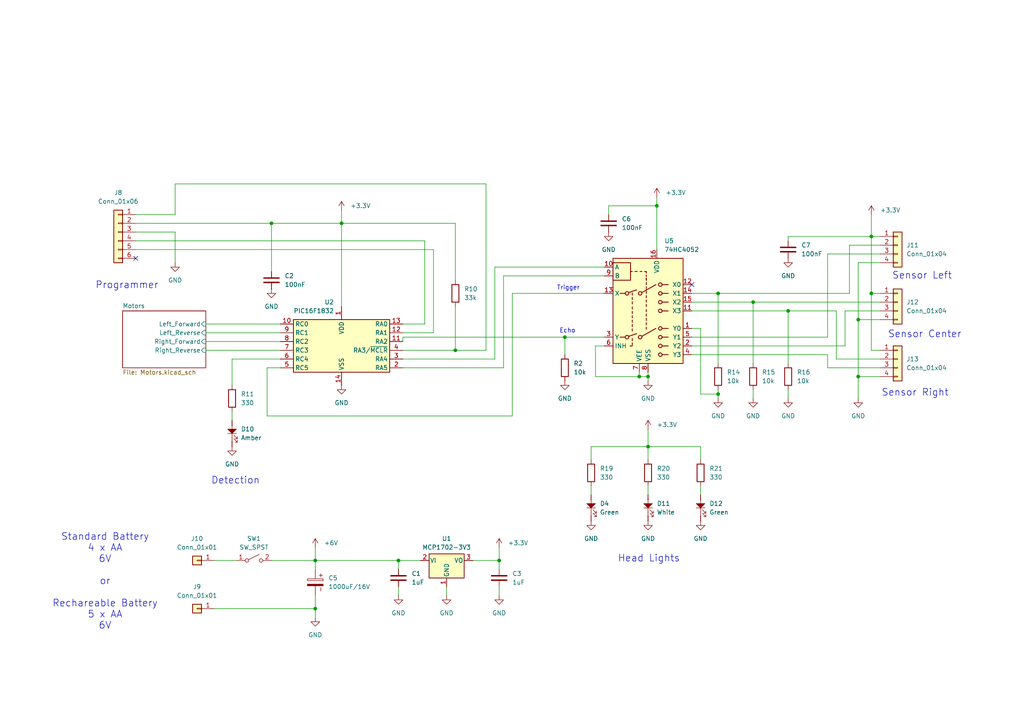
<source format=kicad_sch>
(kicad_sch (version 20231120) (generator "eeschema") (generator_version "8.0")
  (paper "A4")
  (title_block (date "2025-04-05"))
  (lib_symbols
    (symbol "Analog_Switch:CD4052B"
      (property "Reference" "U" (at -10.16 16.51 0))
      (property "Value" "CD4052B" (at 3.81 16.51 0))
      (symbol "CD4052B_0_1"
        (rectangle (start -10.16 8.89) (end -5.08 13.97) (stroke (width 0.254)))
        (rectangle (start -10.16 15.24) (end 10.16 -15.24) (stroke (width 0.254)) (fill (type background)))
        (circle (center -6.096 -7.62) (radius 0.508) (stroke (width 0.254)))
        (circle (center -6.096 5.08) (radius 0.508) (stroke (width 0.254)))
        (circle (center -2.286 -7.62) (radius 0.508) (stroke (width 0.254)))
        (circle (center -2.286 5.08) (radius 0.508) (stroke (width 0.254)))
        (polyline (pts (xy -8.128 -7.62) (xy -6.604 -7.62)) (stroke (width 0.254)))
        (polyline (pts (xy -8.128 5.08) (xy -6.604 5.08)) (stroke (width 0.254)))
        (polyline (pts (xy -5.588 -7.366) (xy -3.302 -6.604)) (stroke (width 0.254)))
        (polyline (pts (xy -5.588 5.334) (xy -3.302 6.096)) (stroke (width 0.254)))
        (polyline (pts (xy -4.572 -10.16) (xy -5.207 -10.16)) (stroke (width 0.254)))
        (polyline (pts (xy -4.572 -9.906) (xy -4.572 -9.271)) (stroke (width 0.254)))
        (polyline (pts (xy -4.572 -8.636) (xy -4.572 -8.001)) (stroke (width 0.254)))
        (polyline (pts (xy -4.572 -5.842) (xy -4.572 -5.207)) (stroke (width 0.254)))
        (polyline (pts (xy -4.572 -4.572) (xy -4.572 -3.937)) (stroke (width 0.254)))
        (polyline (pts (xy -4.572 -3.302) (xy -4.572 -2.667)) (stroke (width 0.254)))
        (polyline (pts (xy -4.572 -2.032) (xy -4.572 -1.397)) (stroke (width 0.254)))
        (polyline (pts (xy -4.572 -0.762) (xy -4.572 -0.127)) (stroke (width 0.254)))
        (polyline (pts (xy -4.572 0.508) (xy -4.572 1.143)) (stroke (width 0.254)))
        (polyline (pts (xy -4.572 2.032) (xy -4.572 2.667)) (stroke (width 0.254)))
        (polyline (pts (xy -4.572 3.302) (xy -4.572 3.937)) (stroke (width 0.254)))
        (polyline (pts (xy -4.572 4.572) (xy -4.572 5.207)) (stroke (width 0.254)))
        (polyline (pts (xy -4.572 11.43) (xy -5.08 11.43)) (stroke (width 0.254)))
        (polyline (pts (xy -3.81 11.43) (xy -3.175 11.43)) (stroke (width 0.254)))
        (polyline (pts (xy -1.778 -7.366) (xy 2.286 -5.08)) (stroke (width 0.254)))
        (polyline (pts (xy -1.778 5.334) (xy 2.286 7.62)) (stroke (width 0.254)))
        (polyline (pts (xy -1.778 11.43) (xy -2.286 11.43)) (stroke (width 0.254)))
        (polyline (pts (xy -0.508 -5.334) (xy -0.508 -4.699)) (stroke (width 0.254)))
        (polyline (pts (xy -0.508 -4.064) (xy -0.508 -3.429)) (stroke (width 0.254)))
        (polyline (pts (xy -0.508 -2.794) (xy -0.508 -2.159)) (stroke (width 0.254)))
        (polyline (pts (xy -0.508 -1.524) (xy -0.508 -0.889)) (stroke (width 0.254)))
        (polyline (pts (xy -0.508 -0.254) (xy -0.508 0.381)) (stroke (width 0.254)))
        (polyline (pts (xy -0.508 1.27) (xy -0.508 1.905)) (stroke (width 0.254)))
        (polyline (pts (xy -0.508 2.54) (xy -0.508 3.175)) (stroke (width 0.254)))
        (polyline (pts (xy -0.508 3.81) (xy -0.508 4.445)) (stroke (width 0.254)))
        (polyline (pts (xy -0.508 5.08) (xy -0.508 5.715)) (stroke (width 0.254)))
        (polyline (pts (xy -0.508 6.35) (xy -0.508 6.985)) (stroke (width 0.254)))
        (polyline (pts (xy -0.508 7.62) (xy -0.508 8.255)) (stroke (width 0.254)))
        (polyline (pts (xy -0.508 8.89) (xy -0.508 9.398)) (stroke (width 0.254)))
        (polyline (pts (xy -0.508 8.89) (xy -0.508 9.525)) (stroke (width 0.254)))
        (polyline (pts (xy -0.508 9.906) (xy -0.508 10.414)) (stroke (width 0.254)))
        (polyline (pts (xy -0.508 10.922) (xy -0.508 11.43)) (stroke (width 0.254)))
        (polyline (pts (xy -0.508 11.43) (xy -1.016 11.43)) (stroke (width 0.254)))
        (polyline (pts (xy 4.064 -12.7) (xy 5.842 -12.7)) (stroke (width 0.254)))
        (polyline (pts (xy 4.064 -10.16) (xy 5.842 -10.16)) (stroke (width 0.254)))
        (polyline (pts (xy 4.064 -7.62) (xy 5.842 -7.62)) (stroke (width 0.254)))
        (polyline (pts (xy 4.064 -5.08) (xy 5.842 -5.08)) (stroke (width 0.254)))
        (polyline (pts (xy 4.064 0) (xy 5.842 0)) (stroke (width 0.254)))
        (polyline (pts (xy 4.064 2.54) (xy 5.842 2.54)) (stroke (width 0.254)))
        (polyline (pts (xy 4.064 5.08) (xy 5.842 5.08)) (stroke (width 0.254)))
        (polyline (pts (xy 4.064 7.62) (xy 5.842 7.62)) (stroke (width 0.254)))
        (circle (center 3.556 -12.7) (radius 0.508) (stroke (width 0.254)))
        (circle (center 3.556 -10.16) (radius 0.508) (stroke (width 0.254)))
        (circle (center 3.556 -7.62) (radius 0.508) (stroke (width 0.254)))
        (circle (center 3.556 -5.08) (radius 0.508) (stroke (width 0.254)))
        (circle (center 3.556 0) (radius 0.508) (stroke (width 0.254)))
        (circle (center 3.556 2.54) (radius 0.508) (stroke (width 0.254)))
        (circle (center 3.556 5.08) (radius 0.508) (stroke (width 0.254)))
        (circle (center 3.556 7.62) (radius 0.508) (stroke (width 0.254)))
      )
      (symbol "CD4052B_1_1"
        (pin bidirectional line (at 12.7 -5.08 180) (length 2.54) (name "Y0") (number "1"))
        (pin input line (at -12.7 12.7 0) (length 2.54) (name "A") (number "10"))
        (pin bidirectional line (at 12.7 0 180) (length 2.54) (name "X3") (number "11"))
        (pin bidirectional line (at 12.7 7.62 180) (length 2.54) (name "X0") (number "12"))
        (pin bidirectional line (at -12.7 5.08 0) (length 2.54) (name "X") (number "13"))
        (pin bidirectional line (at 12.7 5.08 180) (length 2.54) (name "X1") (number "14"))
        (pin bidirectional line (at 12.7 2.54 180) (length 2.54) (name "X2") (number "15"))
        (pin power_in line (at 2.54 17.78 270) (length 2.54) (name "VDD") (number "16"))
        (pin bidirectional line (at 12.7 -10.16 180) (length 2.54) (name "Y2") (number "2"))
        (pin bidirectional line (at -12.7 -7.62 0) (length 2.54) (name "Y") (number "3"))
        (pin bidirectional line (at 12.7 -12.7 180) (length 2.54) (name "Y3") (number "4"))
        (pin bidirectional line (at 12.7 -7.62 180) (length 2.54) (name "Y1") (number "5"))
        (pin input line (at -12.7 -10.16 0) (length 2.54) (name "INH") (number "6"))
        (pin power_in line (at -2.54 -17.78 90) (length 2.54) (name "VEE") (number "7"))
        (pin power_in line (at 0 -17.78 90) (length 2.54) (name "VSS") (number "8"))
        (pin input line (at -12.7 10.16 0) (length 2.54) (name "B") (number "9"))
      )
    )
    (symbol "Connector_Generic:Conn_01x01" (pin_names (offset 1.016) hide)
      (property "Reference" "J" (at 0 2.54 0))
      (property "Value" "Conn_01x01" (at 0 -2.54 0))
      (symbol "Conn_01x01_1_1"
        (rectangle (start -1.27 0.127) (end 0 -0.127) (stroke (width 0.1524)))
        (rectangle (start -1.27 1.27) (end 1.27 -1.27) (stroke (width 0.254)) (fill (type background)))
        (pin passive line (at -5.08 0 0) (length 3.81) (name "Pin_1") (number "1"))
      )
    )
    (symbol "Connector_Generic:Conn_01x04" (pin_names (offset 1.016) hide)
      (property "Reference" "J" (at 0 5.08 0))
      (property "Value" "Conn_01x04" (at 0 -7.62 0))
      (symbol "Conn_01x04_1_1"
        (rectangle (start -1.27 -4.953) (end 0 -5.207) (stroke (width 0.1524)))
        (rectangle (start -1.27 -2.413) (end 0 -2.667) (stroke (width 0.1524)))
        (rectangle (start -1.27 0.127) (end 0 -0.127) (stroke (width 0.1524)))
        (rectangle (start -1.27 2.667) (end 0 2.413) (stroke (width 0.1524)))
        (rectangle (start -1.27 3.81) (end 1.27 -6.35) (stroke (width 0.254)) (fill (type background)))
        (pin passive line (at -5.08 2.54 0) (length 3.81) (name "Pin_1") (number "1"))
        (pin passive line (at -5.08 0 0) (length 3.81) (name "Pin_2") (number "2"))
        (pin passive line (at -5.08 -2.54 0) (length 3.81) (name "Pin_3") (number "3"))
        (pin passive line (at -5.08 -5.08 0) (length 3.81) (name "Pin_4") (number "4"))
      )
    )
    (symbol "Connector_Generic:Conn_01x06" (pin_names (offset 1.016) hide)
      (property "Reference" "J" (at 0 7.62 0))
      (property "Value" "Conn_01x06" (at 0 -10.16 0))
      (symbol "Conn_01x06_1_1"
        (rectangle (start -1.27 -7.493) (end 0 -7.747) (stroke (width 0.1524)))
        (rectangle (start -1.27 -4.953) (end 0 -5.207) (stroke (width 0.1524)))
        (rectangle (start -1.27 -2.413) (end 0 -2.667) (stroke (width 0.1524)))
        (rectangle (start -1.27 0.127) (end 0 -0.127) (stroke (width 0.1524)))
        (rectangle (start -1.27 2.667) (end 0 2.413) (stroke (width 0.1524)))
        (rectangle (start -1.27 5.207) (end 0 4.953) (stroke (width 0.1524)))
        (rectangle (start -1.27 6.35) (end 1.27 -8.89) (stroke (width 0.254)) (fill (type background)))
        (pin passive line (at -5.08 5.08 0) (length 3.81) (name "Pin_1") (number "1"))
        (pin passive line (at -5.08 2.54 0) (length 3.81) (name "Pin_2") (number "2"))
        (pin passive line (at -5.08 0 0) (length 3.81) (name "Pin_3") (number "3"))
        (pin passive line (at -5.08 -2.54 0) (length 3.81) (name "Pin_4") (number "4"))
        (pin passive line (at -5.08 -5.08 0) (length 3.81) (name "Pin_5") (number "5"))
        (pin passive line (at -5.08 -7.62 0) (length 3.81) (name "Pin_6") (number "6"))
      )
    )
    (symbol "Device:R" (pin_numbers hide) (pin_names (offset 0))
      (property "Reference" "R" (at 2.032 0 90))
      (property "Value" "R" (at 0 0 90))
      (symbol "R_0_1"
        (rectangle (start -1.016 -2.54) (end 1.016 2.54) (stroke (width 0.254)))
      )
      (symbol "R_1_1"
        (pin passive line (at 0 3.81 270) (length 1.27) (name "~") (number "1"))
        (pin passive line (at 0 -3.81 90) (length 1.27) (name "~") (number "2"))
      )
    )
    (symbol "MCU_Microchip_PIC16:PIC16F18324-xSL"
      (property "Reference" "U" (at -13.97 10.16 0))
      (property "Value" "PIC16F18324-xSL" (at 1.27 10.16 0))
      (symbol "PIC16F18324-xSL_1_1"
        (rectangle (start -13.97 8.89) (end 13.97 -6.35) (stroke (width 0.254)) (fill (type background)))
        (pin power_in line (at 0 12.7 270) (length 3.81) (name "VDD") (number "1"))
        (pin bidirectional line (at 17.78 7.62 180) (length 3.81) (name "RC0") (number "10"))
        (pin bidirectional line (at -17.78 2.54 0) (length 3.81) (name "RA2") (number "11"))
        (pin bidirectional line (at -17.78 5.08 0) (length 3.81) (name "RA1") (number "12"))
        (pin bidirectional line (at -17.78 7.62 0) (length 3.81) (name "RA0") (number "13"))
        (pin power_in line (at 0 -10.16 90) (length 3.81) (name "VSS") (number "14"))
        (pin bidirectional line (at -17.78 -5.08 0) (length 3.81) (name "RA5") (number "2"))
        (pin bidirectional line (at -17.78 -2.54 0) (length 3.81) (name "RA4") (number "3"))
        (pin bidirectional line (at -17.78 0 0) (length 3.81) (name "RA3/~{MCLR}") (number "4"))
        (pin bidirectional line (at 17.78 -5.08 180) (length 3.81) (name "RC5") (number "5"))
        (pin bidirectional line (at 17.78 -2.54 180) (length 3.81) (name "RC4") (number "6"))
        (pin bidirectional line (at 17.78 0 180) (length 3.81) (name "RC3") (number "7"))
        (pin bidirectional line (at 17.78 2.54 180) (length 3.81) (name "RC2") (number "8"))
        (pin bidirectional line (at 17.78 5.08 180) (length 3.81) (name "RC1") (number "9"))
      )
    )
    (symbol "PCM_SL_Devices:Capacitor_NP"
      (property "Reference" "C" (at 0 6.35 0))
      (property "Value" "Capacitor_NP" (at 0 3.81 0))
      (symbol "Capacitor_NP_0_1"
        (rectangle (start -0.762 2.286) (end -0.508 -2.286) (fill (type outline)))
        (rectangle (start 0.508 2.286) (end 0.762 -2.286) (fill (type outline)))
      )
      (symbol "Capacitor_NP_1_1"
        (pin passive line (at -2.54 0 0) (length 2) (name "~") (number "1"))
        (pin input line (at 2.54 0 180) (length 2) (name "~") (number "2"))
      )
    )
    (symbol "PCM_SL_Devices:Capacitor_PO"
      (property "Reference" "C" (at 0 7.62 0))
      (property "Value" "Capacitor_PO" (at 0 5.08 0))
      (symbol "Capacitor_PO_0_0"
        (text "+" (at -2.032 1.524 0) (effects (font (size 1.27 1.27))))
        (text "-" (at 2.032 1.524 0) (effects (font (size 1.27 1.27))))
      )
      (symbol "Capacitor_PO_0_1"
        (rectangle (start -1.016 -2.286) (end -0.508 2.286))
        (rectangle (start 0.508 -2.286) (end 1.016 2.286) (fill (type outline)))
      )
      (symbol "Capacitor_PO_1_1"
        (pin passive line (at -3.81 0 0) (length 2.7) (name "~") (number "1"))
        (pin input line (at 3.81 0 180) (length 2.7) (name "~") (number "2"))
      )
    )
    (symbol "PCM_SL_Devices:LED"
      (property "Reference" "D" (at -0.508 5.334 0))
      (property "Value" "LED" (at -0.508 2.794 0))
      (symbol "LED_0_1"
        (polyline (pts (xy -1.27 0) (xy -2.54 0)))
        (polyline (pts (xy 0 1.27) (xy 0 -1.27)))
        (polyline (pts (xy 0.508 0.508) (xy 1.524 1.524)))
        (polyline (pts (xy 1.27 0) (xy 2.54 0)))
        (polyline (pts (xy 1.524 0.508) (xy 2.54 1.524)))
        (polyline (pts (xy 1.524 1.524) (xy 0.889 1.524)))
        (polyline (pts (xy 1.524 1.524) (xy 1.524 0.889)))
        (polyline (pts (xy 2.54 1.524) (xy 1.905 1.524)))
        (polyline (pts (xy 2.54 1.524) (xy 2.54 0.889)))
        (polyline (pts (xy 0 0) (xy -1.27 -1.27) (xy -1.27 1.27) (xy 0 0) (xy 1.27 0)) (fill (type outline)))
      )
      (symbol "LED_1_1"
        (pin passive line (at 3.81 0 180) (length 1.5) (name "~") (number "1"))
        (pin passive line (at -3.81 0 0) (length 1.5) (name "") (number "2"))
      )
    )
    (symbol "Regulator_Linear:MCP1700x-120xxMB" (pin_names (offset 0.254))
      (property "Reference" "U" (at -3.81 3.175 0))
      (property "Value" "MCP1700x-120xxMB" (at 0 3.175 0))
      (symbol "MCP1700x-120xxMB_0_1"
        (rectangle (start -5.08 -5.08) (end 5.08 1.905) (stroke (width 0.254)) (fill (type background)))
      )
      (symbol "MCP1700x-120xxMB_1_1"
        (pin power_in line (at 0 -7.62 90) (length 2.54) (name "GND") (number "1"))
        (pin power_in line (at -7.62 0 0) (length 2.54) (name "VI") (number "2"))
        (pin power_out line (at 7.62 0 180) (length 2.54) (name "VO") (number "3"))
      )
    )
    (symbol "Switch:SW_SPST" (pin_names (offset 0) hide)
      (property "Reference" "SW" (at 0 3.175 0))
      (property "Value" "SW_SPST" (at 0 -2.54 0))
      (symbol "SW_SPST_0_0"
        (circle (center -2.032 0) (radius 0.508))
        (polyline (pts (xy -1.524 0.254) (xy 1.524 1.778)))
        (circle (center 2.032 0) (radius 0.508))
      )
      (symbol "SW_SPST_1_1"
        (pin passive line (at -5.08 0 0) (length 2.54) (name "A") (number "1"))
        (pin passive line (at 5.08 0 180) (length 2.54) (name "B") (number "2"))
      )
    )
    (symbol "power:+5V" (power) (pin_numbers hide) (pin_names (offset 0) hide)
      (property "Value" "+5V" (at 0 3.556 0))
      (symbol "+5V_0_1"
        (polyline (pts (xy -0.762 1.27) (xy 0 2.54)))
        (polyline (pts (xy 0 0) (xy 0 2.54)))
        (polyline (pts (xy 0 2.54) (xy 0.762 1.27)))
      )
      (symbol "+5V_1_1"
        (pin power_in line (at 0 0 90) (length 0) (name "~") (number "1"))
      )
    )
    (symbol "power:GND" (power) (pin_numbers hide) (pin_names (offset 0) hide)
      (property "Value" "GND" (at 0 -3.81 0))
      (symbol "GND_0_1"
        (polyline (pts (xy 0 0) (xy 0 -1.27) (xy 1.27 -1.27) (xy 0 -2.54) (xy -1.27 -1.27) (xy 0 -1.27)))
      )
      (symbol "GND_1_1"
        (pin power_in line (at 0 0 270) (length 0) (name "~") (number "1"))
      )
    )
  )
  (junction (at 252.73 68.58))
  (junction (at 185.42 109.22))
  (junction (at 187.96 109.22))
  (junction (at 248.92 92.71))
  (junction (at 208.28 85.09))
  (junction (at 218.44 87.63))
  (junction (at 163.83 97.79))
  (junction (at 252.73 85.09))
  (junction (at 208.28 114.3))
  (junction (at 132.08 101.6))
  (junction (at 78.74 64.77))
  (junction (at 187.96 129.54))
  (junction (at 248.92 109.22))
  (junction (at 91.44 162.56))
  (junction (at 99.06 64.77))
  (junction (at 190.5 59.69))
  (junction (at 91.44 176.53))
  (junction (at 144.78 162.56))
  (junction (at 228.6 90.17))
  (junction (at 115.57 162.56))
  (no_connect (at 200.66 82.55))
  (no_connect (at 39.37 74.93))
  (wire (pts (xy 203.2 114.3) (xy 208.28 114.3)))
  (wire (pts (xy 146.05 80.01) (xy 175.26 80.01)))
  (wire (pts (xy 200.66 95.25) (xy 203.2 95.25)))
  (wire (pts (xy 248.92 115.57) (xy 248.92 109.22)))
  (wire (pts (xy 78.74 64.77) (xy 99.06 64.77)))
  (wire (pts (xy 240.03 102.87) (xy 240.03 106.68)))
  (wire (pts (xy 228.6 90.17) (xy 242.57 90.17)))
  (wire (pts (xy 123.19 69.85) (xy 123.19 93.98)))
  (wire (pts (xy 163.83 97.79) (xy 175.26 97.79)))
  (wire (pts (xy 116.84 104.14) (xy 143.51 104.14)))
  (wire (pts (xy 99.06 64.77) (xy 99.06 88.9)))
  (wire (pts (xy 200.66 90.17) (xy 228.6 90.17)))
  (wire (pts (xy 208.28 115.57) (xy 208.28 114.3)))
  (wire (pts (xy 176.53 59.69) (xy 190.5 59.69)))
  (wire (pts (xy 248.92 92.71) (xy 248.92 76.2)))
  (wire (pts (xy 77.47 120.65) (xy 148.59 120.65)))
  (wire (pts (xy 187.96 140.97) (xy 187.96 143.51)))
  (wire (pts (xy 218.44 87.63) (xy 255.27 87.63)))
  (wire (pts (xy 248.92 109.22) (xy 255.27 109.22)))
  (wire (pts (xy 59.69 93.98) (xy 81.28 93.98)))
  (wire (pts (xy 140.97 53.34) (xy 140.97 101.6)))
  (wire (pts (xy 200.66 100.33) (xy 245.11 100.33)))
  (wire (pts (xy 148.59 85.09) (xy 148.59 120.65)))
  (wire (pts (xy 116.84 106.68) (xy 146.05 106.68)))
  (wire (pts (xy 132.08 64.77) (xy 99.06 64.77)))
  (wire (pts (xy 91.44 176.53) (xy 91.44 172.72)))
  (wire (pts (xy 137.16 162.56) (xy 144.78 162.56)))
  (wire (pts (xy 78.74 162.56) (xy 91.44 162.56)))
  (wire (pts (xy 50.8 53.34) (xy 140.97 53.34)))
  (wire (pts (xy 203.2 95.25) (xy 203.2 114.3)))
  (wire (pts (xy 67.31 111.76) (xy 67.31 104.14)))
  (wire (pts (xy 50.8 62.23) (xy 50.8 53.34)))
  (wire (pts (xy 59.69 101.6) (xy 81.28 101.6)))
  (wire (pts (xy 187.96 110.49) (xy 187.96 109.22)))
  (wire (pts (xy 185.42 107.95) (xy 185.42 109.22)))
  (wire (pts (xy 248.92 109.22) (xy 248.92 92.71)))
  (wire (pts (xy 116.84 101.6) (xy 132.08 101.6)))
  (wire (pts (xy 203.2 129.54) (xy 203.2 133.35)))
  (wire (pts (xy 176.53 62.23) (xy 176.53 59.69)))
  (wire (pts (xy 242.57 104.14) (xy 255.27 104.14)))
  (wire (pts (xy 252.73 85.09) (xy 252.73 68.58)))
  (wire (pts (xy 190.5 59.69) (xy 190.5 72.39)))
  (wire (pts (xy 123.19 93.98) (xy 116.84 93.98)))
  (wire (pts (xy 91.44 162.56) (xy 91.44 158.75)))
  (wire (pts (xy 125.73 96.52) (xy 116.84 96.52)))
  (wire (pts (xy 99.06 60.96) (xy 99.06 64.77)))
  (wire (pts (xy 129.54 170.18) (xy 129.54 172.72)))
  (wire (pts (xy 255.27 73.66) (xy 240.03 73.66)))
  (wire (pts (xy 59.69 99.06) (xy 81.28 99.06)))
  (wire (pts (xy 200.66 97.79) (xy 240.03 97.79)))
  (wire (pts (xy 255.27 85.09) (xy 252.73 85.09)))
  (wire (pts (xy 144.78 158.75) (xy 144.78 162.56)))
  (wire (pts (xy 39.37 69.85) (xy 123.19 69.85)))
  (wire (pts (xy 171.45 133.35) (xy 171.45 129.54)))
  (wire (pts (xy 185.42 109.22) (xy 187.96 109.22)))
  (wire (pts (xy 218.44 87.63) (xy 218.44 105.41)))
  (wire (pts (xy 248.92 76.2) (xy 255.27 76.2)))
  (wire (pts (xy 248.92 92.71) (xy 255.27 92.71)))
  (wire (pts (xy 91.44 176.53) (xy 91.44 179.07)))
  (wire (pts (xy 187.96 129.54) (xy 203.2 129.54)))
  (wire (pts (xy 39.37 62.23) (xy 50.8 62.23)))
  (wire (pts (xy 172.72 100.33) (xy 172.72 109.22)))
  (wire (pts (xy 187.96 124.46) (xy 187.96 129.54)))
  (wire (pts (xy 246.38 71.12) (xy 255.27 71.12)))
  (wire (pts (xy 203.2 140.97) (xy 203.2 143.51)))
  (wire (pts (xy 144.78 162.56) (xy 144.78 165.1)))
  (wire (pts (xy 59.69 96.52) (xy 81.28 96.52)))
  (wire (pts (xy 132.08 81.28) (xy 132.08 64.77)))
  (wire (pts (xy 143.51 77.47) (xy 175.26 77.47)))
  (wire (pts (xy 62.23 162.56) (xy 68.58 162.56)))
  (wire (pts (xy 163.83 97.79) (xy 163.83 102.87)))
  (wire (pts (xy 218.44 115.57) (xy 218.44 113.03)))
  (wire (pts (xy 39.37 64.77) (xy 78.74 64.77)))
  (wire (pts (xy 39.37 67.31) (xy 50.8 67.31)))
  (wire (pts (xy 115.57 162.56) (xy 121.92 162.56)))
  (wire (pts (xy 67.31 119.38) (xy 67.31 121.92)))
  (wire (pts (xy 200.66 102.87) (xy 240.03 102.87)))
  (wire (pts (xy 255.27 106.68) (xy 240.03 106.68)))
  (wire (pts (xy 200.66 87.63) (xy 218.44 87.63)))
  (wire (pts (xy 115.57 162.56) (xy 115.57 165.1)))
  (wire (pts (xy 91.44 162.56) (xy 115.57 162.56)))
  (wire (pts (xy 143.51 104.14) (xy 143.51 77.47)))
  (wire (pts (xy 208.28 114.3) (xy 208.28 113.03)))
  (wire (pts (xy 245.11 90.17) (xy 255.27 90.17)))
  (wire (pts (xy 172.72 109.22) (xy 185.42 109.22)))
  (wire (pts (xy 245.11 100.33) (xy 245.11 90.17)))
  (wire (pts (xy 190.5 59.69) (xy 190.5 57.15)))
  (wire (pts (xy 200.66 85.09) (xy 208.28 85.09)))
  (wire (pts (xy 116.84 97.79) (xy 163.83 97.79)))
  (wire (pts (xy 171.45 129.54) (xy 187.96 129.54)))
  (wire (pts (xy 240.03 97.79) (xy 240.03 73.66)))
  (wire (pts (xy 228.6 68.58) (xy 228.6 69.85)))
  (wire (pts (xy 187.96 129.54) (xy 187.96 133.35)))
  (wire (pts (xy 171.45 140.97) (xy 171.45 143.51)))
  (wire (pts (xy 78.74 64.77) (xy 78.74 78.74)))
  (wire (pts (xy 242.57 104.14) (xy 242.57 90.17)))
  (wire (pts (xy 146.05 106.68) (xy 146.05 80.01)))
  (wire (pts (xy 125.73 72.39) (xy 125.73 96.52)))
  (wire (pts (xy 115.57 170.18) (xy 115.57 172.72)))
  (wire (pts (xy 175.26 100.33) (xy 172.72 100.33)))
  (wire (pts (xy 228.6 115.57) (xy 228.6 113.03)))
  (wire (pts (xy 255.27 68.58) (xy 252.73 68.58)))
  (wire (pts (xy 255.27 101.6) (xy 252.73 101.6)))
  (wire (pts (xy 252.73 101.6) (xy 252.73 85.09)))
  (wire (pts (xy 246.38 71.12) (xy 246.38 85.09)))
  (wire (pts (xy 208.28 85.09) (xy 246.38 85.09)))
  (wire (pts (xy 77.47 106.68) (xy 77.47 120.65)))
  (wire (pts (xy 228.6 90.17) (xy 228.6 105.41)))
  (wire (pts (xy 252.73 68.58) (xy 228.6 68.58)))
  (wire (pts (xy 116.84 97.79) (xy 116.84 99.06)))
  (wire (pts (xy 148.59 85.09) (xy 175.26 85.09)))
  (wire (pts (xy 50.8 67.31) (xy 50.8 76.2)))
  (wire (pts (xy 81.28 106.68) (xy 77.47 106.68)))
  (wire (pts (xy 67.31 104.14) (xy 81.28 104.14)))
  (wire (pts (xy 140.97 101.6) (xy 132.08 101.6)))
  (wire (pts (xy 132.08 101.6) (xy 132.08 88.9)))
  (wire (pts (xy 252.73 68.58) (xy 252.73 62.23)))
  (wire (pts (xy 144.78 170.18) (xy 144.78 172.72)))
  (wire (pts (xy 208.28 85.09) (xy 208.28 105.41)))
  (wire (pts (xy 91.44 162.56) (xy 91.44 165.1)))
  (wire (pts (xy 39.37 72.39) (xy 125.73 72.39)))
  (wire (pts (xy 187.96 109.22) (xy 187.96 107.95)))
  (wire (pts (xy 62.23 176.53) (xy 91.44 176.53)))
  (text "Sensor Right\n\n" (at 265.43 115.57 0) (effects (font (size 2 2))))
  (text "Standard Battery\n4 x AA\n6V\n\nor\n\nRechareable Battery\n5 x AA\n6V" (at 30.48 168.656 0) (effects (font (size 2 2))))
  (text "Programmer" (at 36.83 82.804 0) (effects (font (size 2 2))))
  (text "Trigger" (at 164.846 83.566 0) (effects (font (size 1.27 1.27))))
  (text "Detection\n" (at 68.326 139.446 0) (effects (font (size 2 2))))
  (text "Sensor Center\n" (at 268.224 97.028 0) (effects (font (size 2 2))))
  (text "Head Lights" (at 188.214 162.052 0) (effects (font (size 2 2))))
  (text "Sensor Left\n" (at 267.462 80.01 0) (effects (font (size 2 2))))
  (text "Echo" (at 164.592 96.012 0) (effects (font (size 1.27 1.27))))
  (symbol (lib_id "Device:R") (at 203.2 137.16 0) (unit 1)
    (property "Reference" "R21" (at 205.74 135.8899 0) (effects (justify left)))
    (property "Value" "330" (at 205.74 138.4299 0) (effects (justify left)))
    (property "Description" "Resistor" (effects (hide yes)))
  )
  (symbol (lib_id "PCM_SL_Devices:Capacitor_NP") (at 228.6 72.39 90) (unit 1)
    (property "Reference" "C7" (at 232.41 71.1199 90) (effects (justify right)))
    (property "Value" "100nF" (at 232.41 73.6599 90) (effects (justify right)))
    (property "Footprint" "Capacitor_THT:C_Disc_D3.0mm_W2.0mm_P2.50mm" (effects (hide yes)))
    (property "Description" "Unpolarized Capacitor" (effects (hide yes)))
  )
  (symbol (lib_id "power:+5V") (at 190.5 57.15 0) (unit 1)
    (property "Reference" "#PWR030" (effects (hide yes)))
    (property "Value" "+3.3V" (at 193.04 55.8799 0) (effects (justify left)))
    (property "Description" "Power symbol creates a global label with name \"+5V\"" (effects (hide yes)))
  )
  (symbol (lib_id "power:GND") (at 187.96 110.49 0) (mirror y) (unit 1)
    (property "Reference" "#PWR029" (effects (hide yes)))
    (property "Value" "GND" (at 187.96 115.57 0))
    (property "Description" "Power symbol creates a global label with name \"GND\" , ground" (effects (hide yes)))
  )
  (symbol (lib_id "power:+5V") (at 144.78 158.75 0) (unit 1)
    (property "Reference" "#PWR012" (effects (hide yes)))
    (property "Value" "+3.3V" (at 147.32 157.4799 0) (effects (justify left)))
    (property "Description" "Power symbol creates a global label with name \"+5V\"" (effects (hide yes)))
  )
  (symbol (lib_id "power:GND") (at 228.6 74.93 0) (unit 1)
    (property "Reference" "#PWR015" (effects (hide yes)))
    (property "Value" "GND" (at 228.6 80.01 0))
    (property "Description" "Power symbol creates a global label with name \"GND\" , ground" (effects (hide yes)))
  )
  (symbol (lib_id "Regulator_Linear:MCP1700x-120xxMB") (at 129.54 162.56 0) (unit 1)
    (property "Reference" "U1" (at 129.54 156.21 0))
    (property "Value" "MCP1702-3V3" (at 129.54 158.75 0))
    (property "Footprint" "Package_TO_SOT_SMD:SOT-89-3" (effects (hide yes)))
    (property "Datasheet" "http://ww1.microchip.com/downloads/en/DeviceDoc/20001826D.pdf" (effects (hide yes)))
    (property "Description" "250mA Low Quiscent Current LDO, 1.2V output, SOT-89" (effects (hide yes)))
  )
  (symbol (lib_id "power:GND") (at 99.06 111.76 0) (unit 1)
    (property "Reference" "#PWR019" (effects (hide yes)))
    (property "Value" "GND" (at 99.06 116.84 0))
    (property "Description" "Power symbol creates a global label with name \"GND\" , ground" (effects (hide yes)))
  )
  (symbol (lib_id "PCM_SL_Devices:LED") (at 187.96 147.32 270) (unit 1)
    (property "Reference" "D11" (at 190.5 146.0499 90) (effects (justify left)))
    (property "Value" "White" (at 190.5 148.5899 90) (effects (justify left)))
    (property "Footprint" "LED_THT:LED_D5.0mm" (effects (hide yes)))
    (property "Description" "Common 5mm diameter LED" (effects (hide yes)))
  )
  (symbol (lib_id "Switch:SW_SPST") (at 73.66 162.56 0) (unit 1)
    (property "Reference" "SW1" (at 73.66 156.21 0))
    (property "Value" "SW_SPST" (at 73.66 158.75 0))
    (property "Description" "Single Pole Single Throw (SPST) switch" (effects (hide yes)))
  )
  (symbol (lib_id "power:GND") (at 187.96 151.13 0) (unit 1)
    (property "Reference" "#PWR016" (effects (hide yes)))
    (property "Value" "GND" (at 187.96 156.21 0))
    (property "Description" "Power symbol creates a global label with name \"GND\" , ground" (effects (hide yes)))
  )
  (symbol (lib_id "PCM_SL_Devices:Capacitor_NP") (at 144.78 167.64 90) (unit 1)
    (property "Reference" "C3" (at 148.59 166.3699 90) (effects (justify right)))
    (property "Value" "1uF" (at 148.59 168.9099 90) (effects (justify right)))
    (property "Footprint" "Capacitor_THT:C_Disc_D3.0mm_W2.0mm_P2.50mm" (effects (hide yes)))
    (property "Description" "Unpolarized Capacitor" (effects (hide yes)))
  )
  (symbol (lib_id "MCU_Microchip_PIC16:PIC16F18324-xSL") (at 99.06 101.6 0) (mirror y) (unit 1)
    (property "Reference" "U2" (at 96.8659 87.63 0) (effects (justify left)))
    (property "Value" "PIC16F1832" (at 96.8659 90.17 0) (effects (justify left)))
    (property "Footprint" "Package_SO:SOIC-14_3.9x8.7mm_P1.27mm" (effects (hide yes)))
    (property "Datasheet" "http://ww1.microchip.com/downloads/en/devicedoc/40001800c.pdf" (effects (hide yes)))
    (property "Description" "PIC16F18324, 4096W FLASH, 512B SRAM, 256B EEPROM, SOIC14" (effects (hide yes)))
  )
  (symbol (lib_id "Connector_Generic:Conn_01x01") (at 57.15 176.53 180) (unit 1)
    (property "Reference" "J9" (at 57.15 170.18 0))
    (property "Value" "Conn_01x01" (at 57.15 172.72 0))
    (property "Description" "Generic connector, single row, 01x01, script generated (kicad-library-utils/schlib/autogen/connector/)" (effects (hide yes)))
  )
  (symbol (lib_id "PCM_SL_Devices:LED") (at 171.45 147.32 270) (unit 1)
    (property "Reference" "D4" (at 173.99 146.0499 90) (effects (justify left)))
    (property "Value" "Green" (at 173.99 148.5899 90) (effects (justify left)))
    (property "Footprint" "LED_THT:LED_D5.0mm" (effects (hide yes)))
    (property "Description" "Common 5mm diameter LED" (effects (hide yes)))
  )
  (symbol (lib_id "power:+5V") (at 99.06 60.96 0) (unit 1)
    (property "Reference" "#PWR020" (effects (hide yes)))
    (property "Value" "+3.3V" (at 101.6 59.6899 0) (effects (justify left)))
    (property "Description" "Power symbol creates a global label with name \"+5V\"" (effects (hide yes)))
  )
  (symbol (lib_id "power:GND") (at 163.83 110.49 0) (mirror y) (unit 1)
    (property "Reference" "#PWR01" (effects (hide yes)))
    (property "Value" "GND" (at 163.83 115.57 0))
    (property "Description" "Power symbol creates a global label with name \"GND\" , ground" (effects (hide yes)))
  )
  (symbol (lib_id "Device:R") (at 171.45 137.16 0) (unit 1)
    (property "Reference" "R19" (at 173.99 135.8899 0) (effects (justify left)))
    (property "Value" "330" (at 173.99 138.4299 0) (effects (justify left)))
    (property "Description" "Resistor" (effects (hide yes)))
  )
  (symbol (lib_id "Device:R") (at 187.96 137.16 0) (unit 1)
    (property "Reference" "R20" (at 190.5 135.8899 0) (effects (justify left)))
    (property "Value" "330" (at 190.5 138.4299 0) (effects (justify left)))
    (property "Description" "Resistor" (effects (hide yes)))
  )
  (symbol (lib_id "power:GND") (at 171.45 151.13 0) (unit 1)
    (property "Reference" "#PWR014" (effects (hide yes)))
    (property "Value" "GND" (at 171.45 156.21 0))
    (property "Description" "Power symbol creates a global label with name \"GND\" , ground" (effects (hide yes)))
  )
  (symbol (lib_id "power:+5V") (at 91.44 158.75 0) (unit 1)
    (property "Reference" "#PWR027" (effects (hide yes)))
    (property "Value" "+6V" (at 93.98 157.4799 0) (effects (justify left)))
    (property "Description" "Power symbol creates a global label with name \"+5V\"" (effects (hide yes)))
  )
  (symbol (lib_id "power:GND") (at 144.78 172.72 0) (unit 1)
    (property "Reference" "#PWR011" (effects (hide yes)))
    (property "Value" "GND" (at 144.78 177.8 0))
    (property "Description" "Power symbol creates a global label with name \"GND\" , ground" (effects (hide yes)))
  )
  (symbol (lib_id "PCM_SL_Devices:LED") (at 203.2 147.32 270) (unit 1)
    (property "Reference" "D12" (at 205.74 146.0499 90) (effects (justify left)))
    (property "Value" "Green" (at 205.74 148.5899 90) (effects (justify left)))
    (property "Footprint" "LED_THT:LED_D5.0mm" (effects (hide yes)))
    (property "Description" "Common 5mm diameter LED" (effects (hide yes)))
  )
  (symbol (lib_id "Device:R") (at 218.44 109.22 0) (unit 1)
    (property "Reference" "R15" (at 220.98 107.9499 0) (effects (justify left)))
    (property "Value" "10k" (at 220.98 110.4899 0) (effects (justify left)))
    (property "Description" "Resistor" (effects (hide yes)))
  )
  (symbol (lib_id "power:GND") (at 50.8 76.2 0) (unit 1)
    (property "Reference" "#PWR022" (effects (hide yes)))
    (property "Value" "GND" (at 50.8 81.28 0))
    (property "Description" "Power symbol creates a global label with name \"GND\" , ground" (effects (hide yes)))
  )
  (symbol (lib_id "Connector_Generic:Conn_01x04") (at 260.35 71.12 0) (unit 1)
    (property "Reference" "J11" (at 262.89 71.1199 0) (effects (justify left)))
    (property "Value" "Conn_01x04" (at 262.89 73.6599 0) (effects (justify left)))
    (property "Description" "Generic connector, single row, 01x04, script generated (kicad-library-utils/schlib/autogen/connector/)" (effects (hide yes)))
  )
  (symbol (lib_id "power:GND") (at 129.54 172.72 0) (unit 1)
    (property "Reference" "#PWR013" (effects (hide yes)))
    (property "Value" "GND" (at 129.54 177.8 0))
    (property "Description" "Power symbol creates a global label with name \"GND\" , ground" (effects (hide yes)))
  )
  (symbol (lib_id "Device:R") (at 208.28 109.22 0) (unit 1)
    (property "Reference" "R14" (at 210.82 107.9499 0) (effects (justify left)))
    (property "Value" "10k" (at 210.82 110.4899 0) (effects (justify left)))
    (property "Description" "Resistor" (effects (hide yes)))
  )
  (symbol (lib_id "power:GND") (at 115.57 172.72 0) (unit 1)
    (property "Reference" "#PWR09" (effects (hide yes)))
    (property "Value" "GND" (at 115.57 177.8 0))
    (property "Description" "Power symbol creates a global label with name \"GND\" , ground" (effects (hide yes)))
  )
  (symbol (lib_id "power:GND") (at 176.53 67.31 0) (unit 1)
    (property "Reference" "#PWR028" (effects (hide yes)))
    (property "Value" "GND" (at 176.53 72.39 0))
    (property "Description" "Power symbol creates a global label with name \"GND\" , ground" (effects (hide yes)))
  )
  (symbol (lib_id "PCM_SL_Devices:LED") (at 67.31 125.73 270) (unit 1)
    (property "Reference" "D10" (at 69.85 124.4599 90) (effects (justify left)))
    (property "Value" "Amber" (at 69.85 126.9999 90) (effects (justify left)))
    (property "Footprint" "LED_THT:LED_D5.0mm" (effects (hide yes)))
    (property "Description" "Common 5mm diameter LED" (effects (hide yes)))
  )
  (symbol (lib_id "power:GND") (at 78.74 83.82 0) (unit 1)
    (property "Reference" "#PWR021" (effects (hide yes)))
    (property "Value" "GND" (at 78.74 88.9 0))
    (property "Description" "Power symbol creates a global label with name \"GND\" , ground" (effects (hide yes)))
  )
  (symbol (lib_id "power:+5V") (at 187.96 124.46 0) (unit 1)
    (property "Reference" "#PWR018" (effects (hide yes)))
    (property "Value" "+3.3V" (at 190.5 123.1899 0) (effects (justify left)))
    (property "Description" "Power symbol creates a global label with name \"+5V\"" (effects (hide yes)))
  )
  (symbol (lib_id "PCM_SL_Devices:Capacitor_NP") (at 78.74 81.28 90) (unit 1)
    (property "Reference" "C2" (at 82.55 80.0099 90) (effects (justify right)))
    (property "Value" "100nF" (at 82.55 82.5499 90) (effects (justify right)))
    (property "Footprint" "Capacitor_THT:C_Disc_D3.0mm_W2.0mm_P2.50mm" (effects (hide yes)))
    (property "Description" "Unpolarized Capacitor" (effects (hide yes)))
  )
  (symbol (lib_id "power:GND") (at 208.28 115.57 0) (mirror y) (unit 1)
    (property "Reference" "#PWR02" (effects (hide yes)))
    (property "Value" "GND" (at 208.28 120.65 0))
    (property "Description" "Power symbol creates a global label with name \"GND\" , ground" (effects (hide yes)))
  )
  (symbol (lib_id "PCM_SL_Devices:Capacitor_PO") (at 91.44 168.91 270) (unit 1)
    (property "Reference" "C5" (at 95.25 167.6399 90) (effects (justify left)))
    (property "Value" "1000uF/16V" (at 95.25 170.1799 90) (effects (justify left)))
    (property "Footprint" "Capacitor_THT:CP_Radial_D5.0mm_P2.50mm" (effects (hide yes)))
    (property "Description" "Polarized Capacitor" (effects (hide yes)))
  )
  (symbol (lib_id "power:GND") (at 203.2 151.13 0) (unit 1)
    (property "Reference" "#PWR017" (effects (hide yes)))
    (property "Value" "GND" (at 203.2 156.21 0))
    (property "Description" "Power symbol creates a global label with name \"GND\" , ground" (effects (hide yes)))
  )
  (symbol (lib_id "Connector_Generic:Conn_01x04") (at 260.35 87.63 0) (unit 1)
    (property "Reference" "J12" (at 262.89 87.6299 0) (effects (justify left)))
    (property "Value" "Conn_01x04" (at 262.89 90.1699 0) (effects (justify left)))
    (property "Description" "Generic connector, single row, 01x04, script generated (kicad-library-utils/schlib/autogen/connector/)" (effects (hide yes)))
  )
  (symbol (lib_id "Connector_Generic:Conn_01x06") (at 34.29 67.31 0) (mirror y) (unit 1)
    (property "Reference" "J8" (at 34.29 55.88 0))
    (property "Value" "Conn_01x06" (at 34.29 58.42 0))
    (property "Description" "Generic connector, single row, 01x06, script generated (kicad-library-utils/schlib/autogen/connector/)" (effects (hide yes)))
  )
  (symbol (lib_id "power:GND") (at 248.92 115.57 0) (mirror y) (unit 1)
    (property "Reference" "#PWR031" (effects (hide yes)))
    (property "Value" "GND" (at 248.92 120.65 0))
    (property "Description" "Power symbol creates a global label with name \"GND\" , ground" (effects (hide yes)))
  )
  (symbol (lib_id "PCM_SL_Devices:Capacitor_NP") (at 115.57 167.64 90) (unit 1)
    (property "Reference" "C1" (at 119.38 166.3699 90) (effects (justify right)))
    (property "Value" "1uF" (at 119.38 168.9099 90) (effects (justify right)))
    (property "Footprint" "Capacitor_THT:C_Disc_D3.0mm_W2.0mm_P2.50mm" (effects (hide yes)))
    (property "Description" "Unpolarized Capacitor" (effects (hide yes)))
  )
  (symbol (lib_id "power:GND") (at 218.44 115.57 0) (mirror y) (unit 1)
    (property "Reference" "#PWR03" (effects (hide yes)))
    (property "Value" "GND" (at 218.44 120.65 0))
    (property "Description" "Power symbol creates a global label with name \"GND\" , ground" (effects (hide yes)))
  )
  (symbol (lib_id "power:+5V") (at 252.73 62.23 0) (unit 1)
    (property "Reference" "#PWR032" (effects (hide yes)))
    (property "Value" "+3.3V" (at 255.27 60.9599 0) (effects (justify left)))
    (property "Description" "Power symbol creates a global label with name \"+5V\"" (effects (hide yes)))
  )
  (symbol (lib_id "PCM_SL_Devices:Capacitor_NP") (at 176.53 64.77 90) (unit 1)
    (property "Reference" "C6" (at 180.34 63.4999 90) (effects (justify right)))
    (property "Value" "100nF" (at 180.34 66.0399 90) (effects (justify right)))
    (property "Footprint" "Capacitor_THT:C_Disc_D3.0mm_W2.0mm_P2.50mm" (effects (hide yes)))
    (property "Description" "Unpolarized Capacitor" (effects (hide yes)))
  )
  (symbol (lib_id "Analog_Switch:CD4052B") (at 187.96 90.17 0) (unit 1)
    (property "Reference" "U5" (at 192.6941 69.85 0) (effects (justify left)))
    (property "Value" "74HC4052" (at 192.6941 72.39 0) (effects (justify left)))
    (property "Datasheet" "http://www.ti.com/lit/ds/symlink/cd4052b.pdf" (effects (hide yes)))
    (property "Description" "CMOS double 4-channel analog multiplexer/demultiplexer, TSSOP-16/DIP-16/SOIC-16" (effects (hide yes)))
  )
  (symbol (lib_id "Device:R") (at 132.08 85.09 0) (unit 1)
    (property "Reference" "R10" (at 134.62 83.8199 0) (effects (justify left)))
    (property "Value" "33k" (at 134.62 86.3599 0) (effects (justify left)))
    (property "Description" "Resistor" (effects (hide yes)))
  )
  (symbol (lib_id "power:GND") (at 228.6 115.57 0) (mirror y) (unit 1)
    (property "Reference" "#PWR010" (effects (hide yes)))
    (property "Value" "GND" (at 228.6 120.65 0))
    (property "Description" "Power symbol creates a global label with name \"GND\" , ground" (effects (hide yes)))
  )
  (symbol (lib_id "Connector_Generic:Conn_01x04") (at 260.35 104.14 0) (unit 1)
    (property "Reference" "J13" (at 262.89 104.1399 0) (effects (justify left)))
    (property "Value" "Conn_01x04" (at 262.89 106.6799 0) (effects (justify left)))
    (property "Description" "Generic connector, single row, 01x04, script generated (kicad-library-utils/schlib/autogen/connector/)" (effects (hide yes)))
  )
  (symbol (lib_id "Device:R") (at 228.6 109.22 0) (unit 1)
    (property "Reference" "R16" (at 231.14 107.9499 0) (effects (justify left)))
    (property "Value" "10k" (at 231.14 110.4899 0) (effects (justify left)))
    (property "Description" "Resistor" (effects (hide yes)))
  )
  (symbol (lib_id "Device:R") (at 163.83 106.68 0) (unit 1)
    (property "Reference" "R2" (at 166.37 105.4099 0) (effects (justify left)))
    (property "Value" "10k" (at 166.37 107.9499 0) (effects (justify left)))
    (property "Description" "Resistor" (effects (hide yes)))
  )
  (symbol (lib_id "Device:R") (at 67.31 115.57 0) (unit 1)
    (property "Reference" "R11" (at 69.85 114.2999 0) (effects (justify left)))
    (property "Value" "330" (at 69.85 116.8399 0) (effects (justify left)))
    (property "Description" "Resistor" (effects (hide yes)))
  )
  (symbol (lib_id "Connector_Generic:Conn_01x01") (at 57.15 162.56 180) (unit 1)
    (property "Reference" "J10" (at 57.15 156.21 0))
    (property "Value" "Conn_01x01" (at 57.15 158.75 0))
    (property "Description" "Generic connector, single row, 01x01, script generated (kicad-library-utils/schlib/autogen/connector/)" (effects (hide yes)))
  )
  (symbol (lib_id "power:GND") (at 67.31 129.54 0) (unit 1)
    (property "Reference" "#PWR08" (effects (hide yes)))
    (property "Value" "GND" (at 67.31 134.62 0))
    (property "Description" "Power symbol creates a global label with name \"GND\" , ground" (effects (hide yes)))
  )
  (symbol (lib_id "power:GND") (at 91.44 179.07 0) (unit 1)
    (property "Reference" "#PWR026" (effects (hide yes)))
    (property "Value" "GND" (at 91.44 184.15 0))
    (property "Description" "Power symbol creates a global label with name \"GND\" , ground" (effects (hide yes)))
  )
  (sheet (at 35.56 90.17) (size 24.13 16.51) (stroke (width 0.1524))
    (property "Sheetname" "Motors" (at 35.56 89.4584 0) (effects (justify left bottom)))
    (property "Sheetfile" "Motors.kicad_sch" (at 35.56 107.2646 0) (effects (justify left top)))
    (pin "Left_Reverse" input (at 59.69 96.52 0))
    (pin "Left_Forward" input (at 59.69 93.98 0))
    (pin "Right_Reverse" input (at 59.69 101.6 0))
    (pin "Right_Forward" input (at 59.69 99.06 0))
  )
)
</source>
